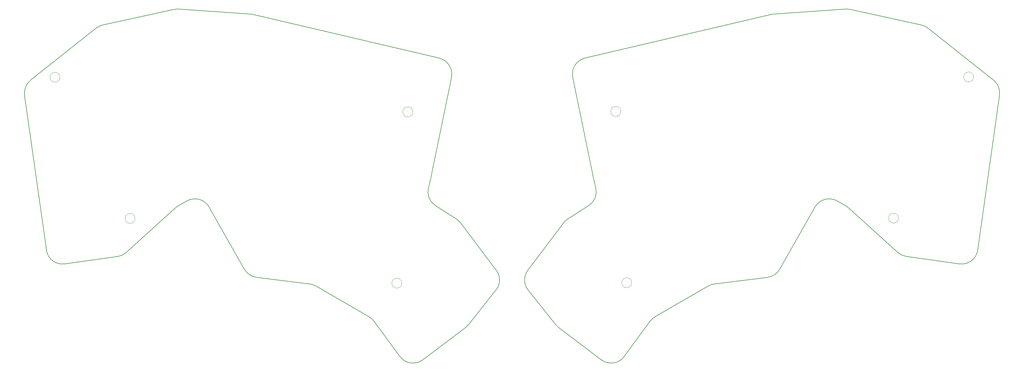
<source format=gbr>
%TF.GenerationSoftware,KiCad,Pcbnew,9.0.2*%
%TF.CreationDate,2025-07-07T14:02:59-04:00*%
%TF.ProjectId,routed_banana_split,726f7574-6564-45f6-9261-6e616e615f73,0.0.1*%
%TF.SameCoordinates,Original*%
%TF.FileFunction,Profile,NP*%
%FSLAX46Y46*%
G04 Gerber Fmt 4.6, Leading zero omitted, Abs format (unit mm)*
G04 Created by KiCad (PCBNEW 9.0.2) date 2025-07-07 14:02:59*
%MOMM*%
%LPD*%
G01*
G04 APERTURE LIST*
%TA.AperFunction,Profile*%
%ADD10C,0.150000*%
%TD*%
%TA.AperFunction,Profile*%
%ADD11C,0.050000*%
%TD*%
G04 APERTURE END LIST*
D10*
X98282950Y-156577903D02*
X81987119Y-158868133D01*
X91559021Y-86352759D02*
G75*
G02*
X93598656Y-85381985I3113079J-3912641D01*
G01*
X200891999Y-101448320D02*
X194649425Y-131883658D01*
X340771080Y-156577903D02*
X357066911Y-158868133D01*
X362714117Y-154612658D02*
X369414282Y-106938502D01*
X224480932Y-166941015D02*
G75*
G02*
X224393109Y-160809721I3905368J3122215D01*
G01*
X202402131Y-145057341D02*
G75*
G02*
X203693495Y-146255435I-2701831J-4207159D01*
G01*
X244441620Y-132049716D02*
G75*
G02*
X244404605Y-131883658I4860680J1170616D01*
G01*
X224480932Y-166941015D02*
X233087194Y-177705874D01*
X157259110Y-165023331D02*
G75*
G02*
X159140291Y-165654757I-618810J-4961569D01*
G01*
X322613910Y-141220966D02*
X338100475Y-155323437D01*
X81987119Y-158868133D02*
G75*
G02*
X76339907Y-154612659I-695869J4951343D01*
G01*
D11*
X185625839Y-164780000D02*
G75*
G02*
X182554161Y-164780000I-1535839J0D01*
G01*
X182554161Y-164780000D02*
G75*
G02*
X185625839Y-164780000I1535839J0D01*
G01*
D10*
X119572889Y-139470859D02*
X116440121Y-141220966D01*
X214573099Y-166941015D02*
X205966837Y-177705874D01*
X185009136Y-187345472D02*
X177072521Y-176499159D01*
X345455372Y-85381994D02*
G75*
G02*
X347494995Y-86352775I-1073472J-4883406D01*
G01*
X245278816Y-135525976D02*
G75*
G02*
X243119626Y-140903862I-4861016J-1170724D01*
G01*
X345455372Y-85381994D02*
X323413517Y-80536978D01*
X233983458Y-178576821D02*
G75*
G02*
X233087197Y-177705872I3009042J3993121D01*
G01*
D11*
X361441159Y-101330000D02*
G75*
G02*
X358390519Y-101330000I-1525320J0D01*
G01*
X358390519Y-101330000D02*
G75*
G02*
X361441159Y-101330000I1525320J0D01*
G01*
D10*
X194612410Y-132049716D02*
X193775215Y-135525976D01*
X243119606Y-140903831D02*
X236651899Y-145057341D01*
X238162032Y-101448320D02*
G75*
G02*
X241916630Y-95576174I4898068J1004620D01*
G01*
X235360529Y-146255431D02*
G75*
G02*
X236651899Y-145057341I3993171J-3009069D01*
G01*
X100953555Y-155323437D02*
G75*
G02*
X98282950Y-156577904I-3366455J3696837D01*
G01*
X115640513Y-80536977D02*
G75*
G02*
X117062718Y-80432584I1073387J-4883423D01*
G01*
X301846765Y-160492873D02*
X312693486Y-141369135D01*
X281794921Y-165023331D02*
X298116445Y-162987659D01*
X205070573Y-178576820D02*
X192053312Y-188386030D01*
D11*
X189018709Y-112080000D02*
G75*
G02*
X185921291Y-112080000I-1548709J0D01*
G01*
X185921291Y-112080000D02*
G75*
G02*
X189018709Y-112080000I1548709J0D01*
G01*
D10*
X139680542Y-82078919D02*
X197137398Y-95576187D01*
X321991312Y-80432574D02*
X300168137Y-81958599D01*
X93598658Y-85381994D02*
X115640513Y-80536978D01*
X299373489Y-82078919D02*
X241916633Y-95576187D01*
X233983458Y-178576820D02*
X247000718Y-188386030D01*
X299373488Y-82078918D02*
G75*
G02*
X300168137Y-81958601I1143412J-4867482D01*
G01*
D11*
X252954548Y-111970000D02*
G75*
G02*
X249857130Y-111970000I-1548709J0D01*
G01*
X249857130Y-111970000D02*
G75*
G02*
X252954548Y-111970000I1548709J0D01*
G01*
D10*
X279913743Y-165654762D02*
G75*
G02*
X281794923Y-165023348I2499957J-4330138D01*
G01*
X195934424Y-140903831D02*
X202402131Y-145057341D01*
X157259109Y-165023331D02*
X140937585Y-162987659D01*
X367576002Y-102329983D02*
X347495009Y-86352758D01*
X321991312Y-80432575D02*
G75*
G02*
X323413517Y-80536976I348788J-4987825D01*
G01*
X119572889Y-139470859D02*
G75*
G02*
X126360539Y-141369139I2438511J-4365041D01*
G01*
X116440121Y-141220966D02*
X100953555Y-155323437D01*
X175537421Y-175121652D02*
G75*
G02*
X177072521Y-176499159I-2500021J-4330148D01*
G01*
X312693485Y-141369135D02*
G75*
G02*
X319481125Y-139470888I4349115J-2466765D01*
G01*
D11*
X338324029Y-144790000D02*
G75*
G02*
X335287649Y-144790000I-1518190J0D01*
G01*
X335287649Y-144790000D02*
G75*
G02*
X338324029Y-144790000I1518190J0D01*
G01*
D10*
X263516609Y-175121652D02*
X279913743Y-165654762D01*
D11*
X103588190Y-144900000D02*
G75*
G02*
X100551810Y-144900000I-1518190J0D01*
G01*
X100551810Y-144900000D02*
G75*
G02*
X103588190Y-144900000I1518190J0D01*
G01*
D10*
X71478028Y-102329983D02*
X91559021Y-86352758D01*
X261981509Y-176499159D02*
G75*
G02*
X263516613Y-175121660I4035091J-2952641D01*
G01*
X254044894Y-187345472D02*
X261981509Y-176499159D01*
X203693501Y-146255431D02*
X214660937Y-160809709D01*
X301846766Y-160492874D02*
G75*
G02*
X298116447Y-162987677I-4349166J2466774D01*
G01*
X194649425Y-131883658D02*
G75*
G02*
X194612410Y-132049716I-4897725J1004558D01*
G01*
X205966837Y-177705874D02*
G75*
G02*
X205070568Y-178576814I-3905237J3122174D01*
G01*
X197137398Y-95576187D02*
G75*
G02*
X200892037Y-101448328I-1143398J-4867513D01*
G01*
X117062719Y-80432574D02*
X138885893Y-81958599D01*
X244441620Y-132049716D02*
X245278816Y-135525976D01*
D11*
X256321678Y-164670000D02*
G75*
G02*
X253250000Y-164670000I-1535839J0D01*
G01*
X253250000Y-164670000D02*
G75*
G02*
X256321678Y-164670000I1535839J0D01*
G01*
D10*
X214660938Y-160809709D02*
G75*
G02*
X214573114Y-166941027I-3993138J-3009091D01*
G01*
X367576002Y-102329983D02*
G75*
G02*
X369414234Y-106938495I-3113102J-3912617D01*
G01*
X175537421Y-175121652D02*
X159140288Y-165654762D01*
X254044894Y-187345472D02*
G75*
G02*
X247000718Y-188386030I-4035094J2952572D01*
G01*
X192053312Y-188386029D02*
G75*
G02*
X185009103Y-187345497I-3009112J3993129D01*
G01*
X69639748Y-106938502D02*
G75*
G02*
X71478030Y-102329985I4951342J695862D01*
G01*
X140937585Y-162987659D02*
G75*
G02*
X137207260Y-160492876I618815J4961559D01*
G01*
X138885893Y-81958600D02*
G75*
G02*
X139680541Y-82078921I-348793J-4987800D01*
G01*
X235360529Y-146255431D02*
X224393093Y-160809709D01*
D11*
X80485320Y-101440000D02*
G75*
G02*
X77434680Y-101440000I-1525320J0D01*
G01*
X77434680Y-101440000D02*
G75*
G02*
X80485320Y-101440000I1525320J0D01*
G01*
D10*
X238162032Y-101448320D02*
X244404605Y-131883658D01*
X76339914Y-154612658D02*
X69639748Y-106938502D01*
X137207265Y-160492873D02*
X126360545Y-141369135D01*
X195934424Y-140903831D02*
G75*
G02*
X193775237Y-135525981I2701776J4207131D01*
G01*
X319481141Y-139470859D02*
X322613910Y-141220966D01*
X362714116Y-154612658D02*
G75*
G02*
X357066914Y-158868112I-4951316J695858D01*
G01*
X340771080Y-156577904D02*
G75*
G02*
X338100465Y-155323449I695820J4951304D01*
G01*
M02*

</source>
